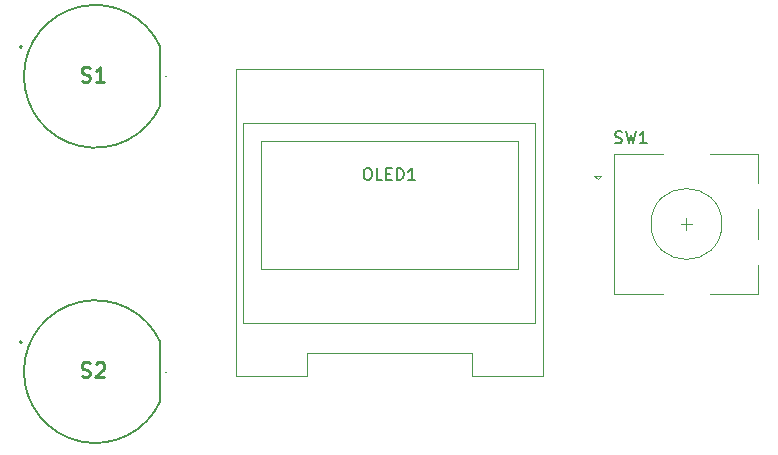
<source format=gto>
G04 #@! TF.GenerationSoftware,KiCad,Pcbnew,(7.0.0)*
G04 #@! TF.CreationDate,2023-02-26T23:15:00-06:00*
G04 #@! TF.ProjectId,KosmoClockUI,4b6f736d-6f43-46c6-9f63-6b55492e6b69,rev?*
G04 #@! TF.SameCoordinates,Original*
G04 #@! TF.FileFunction,Legend,Top*
G04 #@! TF.FilePolarity,Positive*
%FSLAX46Y46*%
G04 Gerber Fmt 4.6, Leading zero omitted, Abs format (unit mm)*
G04 Created by KiCad (PCBNEW (7.0.0)) date 2023-02-26 23:15:00*
%MOMM*%
%LPD*%
G01*
G04 APERTURE LIST*
%ADD10C,0.150000*%
%ADD11C,0.254000*%
%ADD12C,0.120000*%
%ADD13C,0.200000*%
%ADD14C,2.700000*%
%ADD15C,3.000000*%
%ADD16C,1.600000*%
%ADD17C,1.800000*%
%ADD18R,2.000000X2.000000*%
%ADD19C,2.000000*%
%ADD20R,3.200000X2.000000*%
%ADD21O,1.600000X1.600000*%
%ADD22R,1.700000X1.700000*%
%ADD23O,1.700000X1.700000*%
G04 APERTURE END LIST*
D10*
X235666428Y-45272380D02*
X235856904Y-45272380D01*
X235856904Y-45272380D02*
X235952142Y-45320000D01*
X235952142Y-45320000D02*
X236047380Y-45415238D01*
X236047380Y-45415238D02*
X236094999Y-45605714D01*
X236094999Y-45605714D02*
X236094999Y-45939047D01*
X236094999Y-45939047D02*
X236047380Y-46129523D01*
X236047380Y-46129523D02*
X235952142Y-46224761D01*
X235952142Y-46224761D02*
X235856904Y-46272380D01*
X235856904Y-46272380D02*
X235666428Y-46272380D01*
X235666428Y-46272380D02*
X235571190Y-46224761D01*
X235571190Y-46224761D02*
X235475952Y-46129523D01*
X235475952Y-46129523D02*
X235428333Y-45939047D01*
X235428333Y-45939047D02*
X235428333Y-45605714D01*
X235428333Y-45605714D02*
X235475952Y-45415238D01*
X235475952Y-45415238D02*
X235571190Y-45320000D01*
X235571190Y-45320000D02*
X235666428Y-45272380D01*
X236999761Y-46272380D02*
X236523571Y-46272380D01*
X236523571Y-46272380D02*
X236523571Y-45272380D01*
X237333095Y-45748571D02*
X237666428Y-45748571D01*
X237809285Y-46272380D02*
X237333095Y-46272380D01*
X237333095Y-46272380D02*
X237333095Y-45272380D01*
X237333095Y-45272380D02*
X237809285Y-45272380D01*
X238237857Y-46272380D02*
X238237857Y-45272380D01*
X238237857Y-45272380D02*
X238475952Y-45272380D01*
X238475952Y-45272380D02*
X238618809Y-45320000D01*
X238618809Y-45320000D02*
X238714047Y-45415238D01*
X238714047Y-45415238D02*
X238761666Y-45510476D01*
X238761666Y-45510476D02*
X238809285Y-45700952D01*
X238809285Y-45700952D02*
X238809285Y-45843809D01*
X238809285Y-45843809D02*
X238761666Y-46034285D01*
X238761666Y-46034285D02*
X238714047Y-46129523D01*
X238714047Y-46129523D02*
X238618809Y-46224761D01*
X238618809Y-46224761D02*
X238475952Y-46272380D01*
X238475952Y-46272380D02*
X238237857Y-46272380D01*
X239761666Y-46272380D02*
X239190238Y-46272380D01*
X239475952Y-46272380D02*
X239475952Y-45272380D01*
X239475952Y-45272380D02*
X239380714Y-45415238D01*
X239380714Y-45415238D02*
X239285476Y-45510476D01*
X239285476Y-45510476D02*
X239190238Y-45558095D01*
D11*
X211532380Y-37906097D02*
X211713809Y-37966573D01*
X211713809Y-37966573D02*
X212016190Y-37966573D01*
X212016190Y-37966573D02*
X212137142Y-37906097D01*
X212137142Y-37906097D02*
X212197618Y-37845621D01*
X212197618Y-37845621D02*
X212258095Y-37724669D01*
X212258095Y-37724669D02*
X212258095Y-37603716D01*
X212258095Y-37603716D02*
X212197618Y-37482764D01*
X212197618Y-37482764D02*
X212137142Y-37422288D01*
X212137142Y-37422288D02*
X212016190Y-37361811D01*
X212016190Y-37361811D02*
X211774285Y-37301335D01*
X211774285Y-37301335D02*
X211653333Y-37240859D01*
X211653333Y-37240859D02*
X211592856Y-37180383D01*
X211592856Y-37180383D02*
X211532380Y-37059430D01*
X211532380Y-37059430D02*
X211532380Y-36938478D01*
X211532380Y-36938478D02*
X211592856Y-36817526D01*
X211592856Y-36817526D02*
X211653333Y-36757050D01*
X211653333Y-36757050D02*
X211774285Y-36696573D01*
X211774285Y-36696573D02*
X212076666Y-36696573D01*
X212076666Y-36696573D02*
X212258095Y-36757050D01*
X213467619Y-37966573D02*
X212741904Y-37966573D01*
X213104761Y-37966573D02*
X213104761Y-36696573D01*
X213104761Y-36696573D02*
X212983809Y-36878002D01*
X212983809Y-36878002D02*
X212862857Y-36998954D01*
X212862857Y-36998954D02*
X212741904Y-37059430D01*
D10*
X256716667Y-43119761D02*
X256859524Y-43167380D01*
X256859524Y-43167380D02*
X257097619Y-43167380D01*
X257097619Y-43167380D02*
X257192857Y-43119761D01*
X257192857Y-43119761D02*
X257240476Y-43072142D01*
X257240476Y-43072142D02*
X257288095Y-42976904D01*
X257288095Y-42976904D02*
X257288095Y-42881666D01*
X257288095Y-42881666D02*
X257240476Y-42786428D01*
X257240476Y-42786428D02*
X257192857Y-42738809D01*
X257192857Y-42738809D02*
X257097619Y-42691190D01*
X257097619Y-42691190D02*
X256907143Y-42643571D01*
X256907143Y-42643571D02*
X256811905Y-42595952D01*
X256811905Y-42595952D02*
X256764286Y-42548333D01*
X256764286Y-42548333D02*
X256716667Y-42453095D01*
X256716667Y-42453095D02*
X256716667Y-42357857D01*
X256716667Y-42357857D02*
X256764286Y-42262619D01*
X256764286Y-42262619D02*
X256811905Y-42215000D01*
X256811905Y-42215000D02*
X256907143Y-42167380D01*
X256907143Y-42167380D02*
X257145238Y-42167380D01*
X257145238Y-42167380D02*
X257288095Y-42215000D01*
X257621429Y-42167380D02*
X257859524Y-43167380D01*
X257859524Y-43167380D02*
X258050000Y-42453095D01*
X258050000Y-42453095D02*
X258240476Y-43167380D01*
X258240476Y-43167380D02*
X258478572Y-42167380D01*
X259383333Y-43167380D02*
X258811905Y-43167380D01*
X259097619Y-43167380D02*
X259097619Y-42167380D01*
X259097619Y-42167380D02*
X259002381Y-42310238D01*
X259002381Y-42310238D02*
X258907143Y-42405476D01*
X258907143Y-42405476D02*
X258811905Y-42453095D01*
D11*
X211532380Y-62906097D02*
X211713809Y-62966573D01*
X211713809Y-62966573D02*
X212016190Y-62966573D01*
X212016190Y-62966573D02*
X212137142Y-62906097D01*
X212137142Y-62906097D02*
X212197618Y-62845621D01*
X212197618Y-62845621D02*
X212258095Y-62724669D01*
X212258095Y-62724669D02*
X212258095Y-62603716D01*
X212258095Y-62603716D02*
X212197618Y-62482764D01*
X212197618Y-62482764D02*
X212137142Y-62422288D01*
X212137142Y-62422288D02*
X212016190Y-62361811D01*
X212016190Y-62361811D02*
X211774285Y-62301335D01*
X211774285Y-62301335D02*
X211653333Y-62240859D01*
X211653333Y-62240859D02*
X211592856Y-62180383D01*
X211592856Y-62180383D02*
X211532380Y-62059430D01*
X211532380Y-62059430D02*
X211532380Y-61938478D01*
X211532380Y-61938478D02*
X211592856Y-61817526D01*
X211592856Y-61817526D02*
X211653333Y-61757050D01*
X211653333Y-61757050D02*
X211774285Y-61696573D01*
X211774285Y-61696573D02*
X212076666Y-61696573D01*
X212076666Y-61696573D02*
X212258095Y-61757050D01*
X212741904Y-61817526D02*
X212802380Y-61757050D01*
X212802380Y-61757050D02*
X212923333Y-61696573D01*
X212923333Y-61696573D02*
X213225714Y-61696573D01*
X213225714Y-61696573D02*
X213346666Y-61757050D01*
X213346666Y-61757050D02*
X213407142Y-61817526D01*
X213407142Y-61817526D02*
X213467619Y-61938478D01*
X213467619Y-61938478D02*
X213467619Y-62059430D01*
X213467619Y-62059430D02*
X213407142Y-62240859D01*
X213407142Y-62240859D02*
X212681428Y-62966573D01*
X212681428Y-62966573D02*
X213467619Y-62966573D01*
D12*
X224595000Y-36905000D02*
X224595000Y-62905000D01*
X224595000Y-62905000D02*
X230595000Y-62905000D01*
X225225000Y-41475000D02*
X225225000Y-58375000D01*
X225225000Y-58375000D02*
X249925000Y-58375000D01*
X226725000Y-42955000D02*
X226725000Y-53815000D01*
X226725000Y-53815000D02*
X248465000Y-53815000D01*
X230595000Y-60905000D02*
X244595000Y-60905000D01*
X230595000Y-62905000D02*
X230595000Y-60905000D01*
X244595000Y-60905000D02*
X244595000Y-62905000D01*
X244595000Y-62905000D02*
X250595000Y-62905000D01*
X248465000Y-42955000D02*
X226725000Y-42955000D01*
X248465000Y-53815000D02*
X248465000Y-42955000D01*
X249925000Y-41475000D02*
X225225000Y-41475000D01*
X249925000Y-58375000D02*
X249925000Y-41475000D01*
X250595000Y-36905000D02*
X224595000Y-36905000D01*
X250595000Y-62905000D02*
X250595000Y-36905000D01*
D13*
X206400000Y-34900000D02*
X206400000Y-34900000D01*
X206400000Y-35100000D02*
X206400000Y-35100000D01*
X206700000Y-37500000D02*
X206700000Y-37500000D01*
X218199999Y-35000000D02*
X218199999Y-40000000D01*
X218700000Y-37500000D02*
X218700000Y-37500000D01*
X206400000Y-35100000D02*
G75*
G03*
X206400000Y-34900000I0J100000D01*
G01*
X206400000Y-34900000D02*
G75*
G03*
X206400000Y-35100000I0J-100000D01*
G01*
X218199999Y-35000000D02*
G75*
G03*
X206658478Y-37500000I-5499999J-2500000D01*
G01*
X206658478Y-37500000D02*
G75*
G03*
X218199999Y-40000000I6041522J0D01*
G01*
D12*
X254950000Y-45900000D02*
X255550000Y-45900000D01*
X255250000Y-46200000D02*
X254950000Y-45900000D01*
X255550000Y-45900000D02*
X255250000Y-46200000D01*
X256650000Y-44100000D02*
X256650000Y-55900000D01*
X260750000Y-44100000D02*
X256650000Y-44100000D01*
X260750000Y-55900000D02*
X256650000Y-55900000D01*
X262250000Y-50000000D02*
X263250000Y-50000000D01*
X262750000Y-49500000D02*
X262750000Y-50500000D01*
X264750000Y-44100000D02*
X268850000Y-44100000D01*
X268850000Y-44100000D02*
X268850000Y-46500000D01*
X268850000Y-48700000D02*
X268850000Y-51300000D01*
X268850000Y-53500000D02*
X268850000Y-55900000D01*
X268850000Y-55900000D02*
X264750000Y-55900000D01*
X265750000Y-50000000D02*
G75*
G03*
X265750000Y-50000000I-3000000J0D01*
G01*
D13*
X206400000Y-59900000D02*
X206400000Y-59900000D01*
X206400000Y-60100000D02*
X206400000Y-60100000D01*
X206700000Y-62500000D02*
X206700000Y-62500000D01*
X218199999Y-60000000D02*
X218199999Y-65000000D01*
X218700000Y-62500000D02*
X218700000Y-62500000D01*
X206400000Y-60100000D02*
G75*
G03*
X206400000Y-59900000I0J100000D01*
G01*
X206400000Y-59900000D02*
G75*
G03*
X206400000Y-60100000I0J-100000D01*
G01*
X218199999Y-60000000D02*
G75*
G03*
X206658478Y-62500000I-5499999J-2500000D01*
G01*
X206658478Y-62500000D02*
G75*
G03*
X218199999Y-65000000I6041522J0D01*
G01*
%LPC*%
D14*
X212500000Y-25000000D03*
D15*
X226595000Y-38905000D03*
X226595000Y-60905000D03*
X248595000Y-38905000D03*
X248595000Y-60905000D03*
D16*
X233785000Y-38405000D03*
X236325000Y-38405000D03*
X238865000Y-38405000D03*
X241405000Y-38405000D03*
D17*
X210200000Y-35000000D03*
X215200000Y-35000000D03*
X210200000Y-40000000D03*
X215200000Y-40000000D03*
X209600000Y-37500000D03*
X215800000Y-37500000D03*
D18*
X255249999Y-47499999D03*
D19*
X255250000Y-52500000D03*
X255250000Y-50000000D03*
D20*
X262749999Y-44399999D03*
X262749999Y-55599999D03*
D19*
X269750000Y-52500000D03*
X269750000Y-47500000D03*
D14*
X262500000Y-75000000D03*
D17*
X210200000Y-60000000D03*
X215200000Y-60000000D03*
X210200000Y-65000000D03*
X215200000Y-65000000D03*
X209600000Y-62500000D03*
X215800000Y-62500000D03*
D16*
X233580000Y-69500000D03*
D21*
X223419999Y-69499999D03*
D16*
X217580000Y-51500000D03*
D21*
X207419999Y-51499999D03*
D16*
X217580000Y-47500000D03*
D21*
X207419999Y-47499999D03*
D22*
X223524999Y-77499999D03*
D23*
X226064999Y-77499999D03*
X228604999Y-77499999D03*
X231144999Y-77499999D03*
X233684999Y-77499999D03*
X236224999Y-77499999D03*
X238764999Y-77499999D03*
X241304999Y-77499999D03*
X243844999Y-77499999D03*
X246384999Y-77499999D03*
X248924999Y-77499999D03*
X251464999Y-77499999D03*
D16*
X233580000Y-33000000D03*
D21*
X223419999Y-32999999D03*
M02*

</source>
